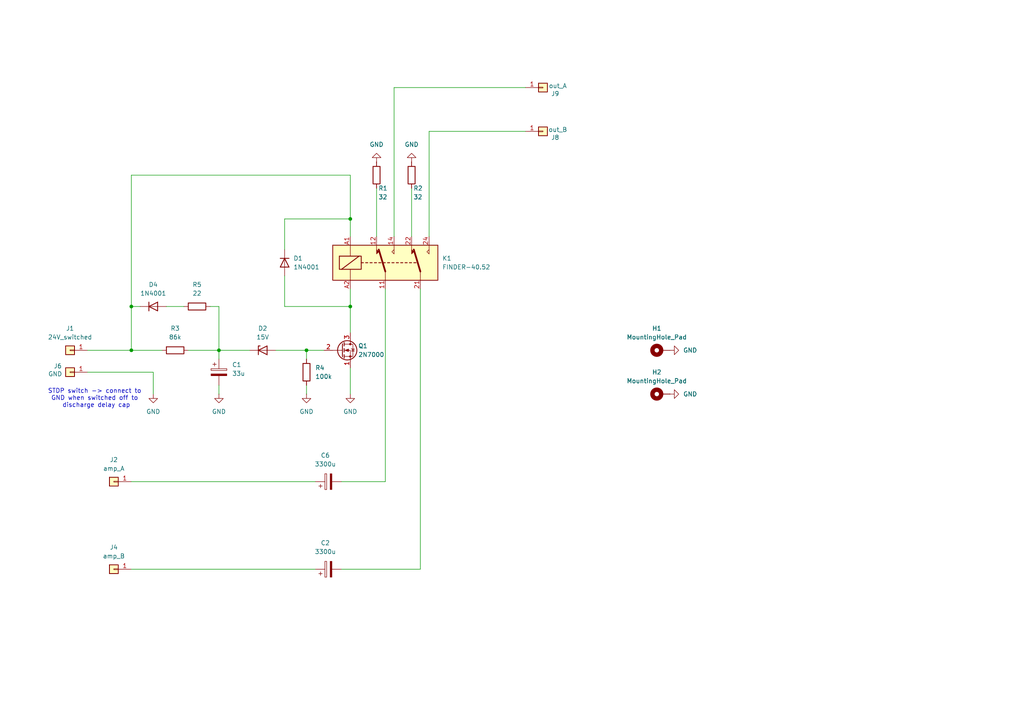
<source format=kicad_sch>
(kicad_sch (version 20250114) (generator "eeschema") (generator_version "9.0")
  (paper "A4")
  (lib_symbols
    (symbol "Connector_Generic:Conn_01x01" (pin_names (offset 1.016) (hide yes))
      (property "Reference" "J" (at 0 2.54 0))
      (property "Value" "Conn_01x01" (at 0 -2.54 0))
      (symbol "Conn_01x01_1_1"
        (rectangle (start -1.27 1.27) (end 1.27 -1.27) (stroke (width 0.254)) (fill (type background)))
        (rectangle (start -1.27 0.127) (end 0 -0.127) (stroke (width 0.1524)))
        (pin passive line (at -5.08 0 0) (length 3.81) (name "Pin_1") (number "1"))
      )
    )
    (symbol "Device:C_Polarized" (pin_numbers (hide yes)) (pin_names (offset 0.254))
      (property "Reference" "C" (at 0.635 2.54 0))
      (property "Value" "C_Polarized" (at 0.635 -2.54 0))
      (symbol "C_Polarized_0_1"
        (rectangle (start -2.286 0.508) (end 2.286 1.016))
        (polyline (pts (xy -1.778 2.286) (xy -0.762 2.286)))
        (polyline (pts (xy -1.27 2.794) (xy -1.27 1.778)))
        (rectangle (start 2.286 -0.508) (end -2.286 -1.016) (fill (type outline)))
      )
      (symbol "C_Polarized_1_1"
        (pin passive line (at 0 3.81 270) (length 2.794) (name "~") (number "1"))
        (pin passive line (at 0 -3.81 90) (length 2.794) (name "~") (number "2"))
      )
    )
    (symbol "Device:D_Zener" (pin_numbers (hide yes)) (pin_names (offset 1.016) (hide yes))
      (property "Reference" "D" (at 0 2.54 0))
      (property "Value" "D_Zener" (at 0 -2.54 0))
      (symbol "D_Zener_0_1"
        (polyline (pts (xy -1.27 -1.27) (xy -1.27 1.27) (xy -0.762 1.27)) (stroke (width 0.254)))
        (polyline (pts (xy 1.27 0) (xy -1.27 0)))
        (polyline (pts (xy 1.27 -1.27) (xy 1.27 1.27) (xy -1.27 0) (xy 1.27 -1.27)) (stroke (width 0.254)))
      )
      (symbol "D_Zener_1_1"
        (pin passive line (at -3.81 0 0) (length 2.54) (name "K") (number "1"))
        (pin passive line (at 3.81 0 180) (length 2.54) (name "A") (number "2"))
      )
    )
    (symbol "Device:R" (pin_numbers (hide yes)) (pin_names (offset 0))
      (property "Reference" "R" (at 2.032 0 90))
      (property "Value" "R" (at 0 0 90))
      (symbol "R_0_1"
        (rectangle (start -1.016 -2.54) (end 1.016 2.54) (stroke (width 0.254)))
      )
      (symbol "R_1_1"
        (pin passive line (at 0 3.81 270) (length 1.27) (name "~") (number "1"))
        (pin passive line (at 0 -3.81 90) (length 1.27) (name "~") (number "2"))
      )
    )
    (symbol "Diode:1N4001" (pin_numbers (hide yes)) (pin_names (hide yes))
      (property "Reference" "D" (at 0 2.54 0))
      (property "Value" "1N4001" (at 0 -2.54 0))
      (symbol "1N4001_0_1"
        (polyline (pts (xy -1.27 1.27) (xy -1.27 -1.27)) (stroke (width 0.254)))
        (polyline (pts (xy 1.27 1.27) (xy 1.27 -1.27) (xy -1.27 0) (xy 1.27 1.27)) (stroke (width 0.254)))
        (polyline (pts (xy 1.27 0) (xy -1.27 0)))
      )
      (symbol "1N4001_1_1"
        (pin passive line (at -3.81 0 0) (length 2.54) (name "K") (number "1"))
        (pin passive line (at 3.81 0 180) (length 2.54) (name "A") (number "2"))
      )
    )
    (symbol "Mechanical:MountingHole_Pad" (pin_numbers (hide yes)) (pin_names (offset 1.016) (hide yes)) (in_bom no)
      (property "Reference" "H" (at 0 6.35 0))
      (property "Value" "MountingHole_Pad" (at 0 4.445 0))
      (symbol "MountingHole_Pad_0_1"
        (circle (center 0 1.27) (radius 1.27) (stroke (width 1.27)))
      )
      (symbol "MountingHole_Pad_1_1"
        (pin input line (at 0 -2.54 90) (length 2.54) (name "1") (number "1"))
      )
    )
    (symbol "Relay:FINDER-40.52"
      (property "Reference" "K" (at 16.51 3.81 0))
      (property "Value" "FINDER-40.52" (at 16.51 1.27 0))
      (symbol "FINDER-40.52_0_1"
        (rectangle (start -15.24 5.08) (end 15.24 -5.08) (stroke (width 0.254)) (fill (type background)))
        (rectangle (start -13.335 1.905) (end -6.985 -1.905) (stroke (width 0.254)))
        (polyline (pts (xy -12.7 -1.905) (xy -7.62 1.905)) (stroke (width 0.254)))
        (polyline (pts (xy -10.16 5.08) (xy -10.16 1.905)))
        (polyline (pts (xy -10.16 -5.08) (xy -10.16 -1.905)))
        (polyline (pts (xy -6.985 0) (xy -6.35 0)) (stroke (width 0.254)))
        (polyline (pts (xy -5.715 0) (xy -5.08 0)) (stroke (width 0.254)))
        (polyline (pts (xy -4.445 0) (xy -3.81 0)) (stroke (width 0.254)))
        (polyline (pts (xy -3.175 0) (xy -2.54 0)) (stroke (width 0.254)))
        (polyline (pts (xy -2.54 5.08) (xy -2.54 2.54) (xy -1.905 3.175) (xy -2.54 3.81)) (fill (type outline)))
        (polyline (pts (xy -1.905 0) (xy -1.27 0)) (stroke (width 0.254)))
        (polyline (pts (xy -0.635 0) (xy 0 0)) (stroke (width 0.254)))
        (polyline (pts (xy 0 -2.54) (xy -1.905 3.81)) (stroke (width 0.508)))
        (polyline (pts (xy 0 -2.54) (xy 0 -5.08)))
        (polyline (pts (xy 0.635 0) (xy 1.27 0)) (stroke (width 0.254)))
        (polyline (pts (xy 1.905 0) (xy 2.54 0)) (stroke (width 0.254)))
        (polyline (pts (xy 2.54 5.08) (xy 2.54 2.54) (xy 1.905 3.175) (xy 2.54 3.81)))
        (polyline (pts (xy 3.175 0) (xy 3.81 0)) (stroke (width 0.254)))
        (polyline (pts (xy 4.445 0) (xy 5.08 0)) (stroke (width 0.254)))
        (polyline (pts (xy 5.715 0) (xy 6.35 0)) (stroke (width 0.254)))
        (polyline (pts (xy 6.985 0) (xy 7.62 0)) (stroke (width 0.254)))
        (polyline (pts (xy 7.62 5.08) (xy 7.62 2.54) (xy 8.255 3.175) (xy 7.62 3.81)) (fill (type outline)))
        (polyline (pts (xy 8.255 0) (xy 8.89 0)) (stroke (width 0.254)))
        (polyline (pts (xy 10.16 -2.54) (xy 8.255 3.81)) (stroke (width 0.508)))
        (polyline (pts (xy 10.16 -2.54) (xy 10.16 -5.08)))
        (polyline (pts (xy 12.7 5.08) (xy 12.7 2.54) (xy 12.065 3.175) (xy 12.7 3.81)))
      )
      (symbol "FINDER-40.52_1_1"
        (pin passive line (at -10.16 7.62 270) (length 2.54) (name "~") (number "A1"))
        (pin passive line (at -10.16 -7.62 90) (length 2.54) (name "~") (number "A2"))
        (pin passive line (at -2.54 7.62 270) (length 2.54) (name "~") (number "12"))
        (pin passive line (at 0 -7.62 90) (length 2.54) (name "~") (number "11"))
        (pin passive line (at 2.54 7.62 270) (length 2.54) (name "~") (number "14"))
        (pin passive line (at 7.62 7.62 270) (length 2.54) (name "~") (number "22"))
        (pin passive line (at 10.16 -7.62 90) (length 2.54) (name "~") (number "21"))
        (pin passive line (at 12.7 7.62 270) (length 2.54) (name "~") (number "24"))
      )
    )
    (symbol "Transistor_FET:2N7000" (pin_names (hide yes))
      (property "Reference" "Q" (at 5.08 1.905 0))
      (property "Value" "2N7000" (at 5.08 0 0))
      (symbol "2N7000_0_1"
        (polyline (pts (xy 0.254 1.905) (xy 0.254 -1.905)) (stroke (width 0.254)))
        (polyline (pts (xy 0.254 0) (xy -2.54 0)))
        (polyline (pts (xy 0.762 2.286) (xy 0.762 1.27)) (stroke (width 0.254)))
        (polyline (pts (xy 0.762 0.508) (xy 0.762 -0.508)) (stroke (width 0.254)))
        (polyline (pts (xy 0.762 -1.27) (xy 0.762 -2.286)) (stroke (width 0.254)))
        (polyline (pts (xy 0.762 -1.778) (xy 3.302 -1.778) (xy 3.302 1.778) (xy 0.762 1.778)))
        (polyline (pts (xy 1.016 0) (xy 2.032 0.381) (xy 2.032 -0.381) (xy 1.016 0)) (fill (type outline)))
        (circle (center 1.651 0) (radius 2.794) (stroke (width 0.254)))
        (polyline (pts (xy 2.54 2.54) (xy 2.54 1.778)))
        (circle (center 2.54 1.778) (radius 0.254) (fill (type outline)))
        (circle (center 2.54 -1.778) (radius 0.254) (fill (type outline)))
        (polyline (pts (xy 2.54 -2.54) (xy 2.54 0) (xy 0.762 0)))
        (polyline (pts (xy 2.794 0.508) (xy 2.921 0.381) (xy 3.683 0.381) (xy 3.81 0.254)))
        (polyline (pts (xy 3.302 0.381) (xy 2.921 -0.254) (xy 3.683 -0.254) (xy 3.302 0.381)))
      )
      (symbol "2N7000_1_1"
        (pin input line (at -5.08 0 0) (length 2.54) (name "G") (number "2"))
        (pin passive line (at 2.54 5.08 270) (length 2.54) (name "D") (number "3"))
        (pin passive line (at 2.54 -5.08 90) (length 2.54) (name "S") (number "1"))
      )
    )
    (symbol "power:GND" (power) (pin_numbers (hide yes)) (pin_names (offset 0) (hide yes))
      (property "Value" "GND" (at 0 -3.81 0))
      (symbol "GND_0_1"
        (polyline (pts (xy 0 0) (xy 0 -1.27) (xy 1.27 -1.27) (xy 0 -2.54) (xy -1.27 -1.27) (xy 0 -1.27)))
      )
      (symbol "GND_1_1"
        (pin power_in line (at 0 0 270) (length 0) (name "~") (number "1"))
      )
    )
  )
  (text "STDP switch -> connect to \nGND when switched off to \ndischarge delay cap" (at 27.94 115.57 0) (effects (font (size 1.27 1.27))))
  (junction (at 38.1 88.9))
  (junction (at 101.6 63.5))
  (junction (at 38.1 101.6))
  (junction (at 101.6 88.9))
  (junction (at 63.5 101.6))
  (junction (at 88.9 101.6))
  (wire (pts (xy 44.45 114.3) (xy 44.45 107.95)))
  (wire (pts (xy 38.1 88.9) (xy 40.64 88.9)))
  (wire (pts (xy 101.6 63.5) (xy 101.6 68.58)))
  (wire (pts (xy 82.55 88.9) (xy 82.55 80.01)))
  (wire (pts (xy 101.6 88.9) (xy 82.55 88.9)))
  (wire (pts (xy 114.3 25.4) (xy 152.4 25.4)))
  (wire (pts (xy 38.1 139.7) (xy 91.44 139.7)))
  (wire (pts (xy 121.92 83.82) (xy 121.92 165.1)))
  (wire (pts (xy 101.6 83.82) (xy 101.6 88.9)))
  (wire (pts (xy 63.5 101.6) (xy 63.5 88.9)))
  (wire (pts (xy 88.9 111.76) (xy 88.9 114.3)))
  (wire (pts (xy 63.5 88.9) (xy 60.96 88.9)))
  (wire (pts (xy 38.1 101.6) (xy 46.99 101.6)))
  (wire (pts (xy 111.76 83.82) (xy 111.76 139.7)))
  (wire (pts (xy 101.6 88.9) (xy 101.6 96.52)))
  (wire (pts (xy 119.38 54.61) (xy 119.38 68.58)))
  (wire (pts (xy 101.6 50.8) (xy 101.6 63.5)))
  (wire (pts (xy 54.61 101.6) (xy 63.5 101.6)))
  (wire (pts (xy 63.5 114.3) (xy 63.5 111.76)))
  (wire (pts (xy 99.06 165.1) (xy 121.92 165.1)))
  (wire (pts (xy 114.3 68.58) (xy 114.3 25.4)))
  (wire (pts (xy 124.46 38.1) (xy 152.4 38.1)))
  (wire (pts (xy 101.6 106.68) (xy 101.6 114.3)))
  (wire (pts (xy 44.45 107.95) (xy 25.4 107.95)))
  (wire (pts (xy 99.06 139.7) (xy 111.76 139.7)))
  (wire (pts (xy 38.1 50.8) (xy 38.1 88.9)))
  (wire (pts (xy 38.1 88.9) (xy 38.1 101.6)))
  (wire (pts (xy 82.55 63.5) (xy 101.6 63.5)))
  (wire (pts (xy 53.34 88.9) (xy 48.26 88.9)))
  (wire (pts (xy 63.5 101.6) (xy 72.39 101.6)))
  (wire (pts (xy 38.1 50.8) (xy 101.6 50.8)))
  (wire (pts (xy 82.55 72.39) (xy 82.55 63.5)))
  (wire (pts (xy 80.01 101.6) (xy 88.9 101.6)))
  (wire (pts (xy 63.5 104.14) (xy 63.5 101.6)))
  (wire (pts (xy 88.9 101.6) (xy 88.9 104.14)))
  (wire (pts (xy 38.1 165.1) (xy 91.44 165.1)))
  (wire (pts (xy 124.46 68.58) (xy 124.46 38.1)))
  (wire (pts (xy 88.9 101.6) (xy 93.98 101.6)))
  (wire (pts (xy 38.1 101.6) (xy 25.4 101.6)))
  (wire (pts (xy 109.22 54.61) (xy 109.22 68.58)))
  (symbol (lib_id "Device:C_Polarized") (at 95.25 165.1 90) (unit 1)
    (property "Reference" "C2" (at 94.361 157.48 90))
    (property "Value" "3300u" (at 94.361 160.02 90))
    (property "Footprint" "Capacitor_THT:CP_Radial_D16.0mm_P7.50mm" (effects (hide yes)))
    (property "Description" "Polarized capacitor" (effects (hide yes)))
    (property "MPN" "UFW1V332MHD " (effects (hide yes)))
  )
  (symbol (lib_id "Diode:1N4001") (at 44.45 88.9 0) (unit 1)
    (property "Reference" "D4" (at 44.45 82.55 0))
    (property "Value" "1N4001" (at 44.45 85.09 0))
    (property "Footprint" "Diode_THT:D_DO-41_SOD81_P10.16mm_Horizontal" (effects (hide yes)))
    (property "Datasheet" "http://www.vishay.com/docs/88503/1n4001.pdf" (effects (hide yes)))
    (property "Description" "50V 1A General Purpose Rectifier Diode, DO-41" (effects (hide yes)))
    (property "Sim.Device" "D" (effects (hide yes)))
    (property "Sim.Pins" "1=K 2=A" (effects (hide yes)))
  )
  (symbol (lib_id "Device:C_Polarized") (at 95.25 139.7 90) (unit 1)
    (property "Reference" "C6" (at 94.361 132.08 90))
    (property "Value" "3300u" (at 94.361 134.62 90))
    (property "Footprint" "Capacitor_THT:CP_Radial_D16.0mm_P7.50mm" (effects (hide yes)))
    (property "Description" "Polarized capacitor" (effects (hide yes)))
    (property "MPN" "UFW1V332MHD " (effects (hide yes)))
  )
  (symbol (lib_id "power:GND") (at 119.38 46.99 180) (unit 1)
    (property "Reference" "#PWR08" (effects (hide yes)))
    (property "Value" "GND" (at 119.38 41.91 0))
    (property "Description" "Power symbol creates a global label with name \"GND\" , ground" (effects (hide yes)))
  )
  (symbol (lib_id "Device:R") (at 50.8 101.6 90) (unit 1)
    (property "Reference" "R3" (at 50.8 95.25 90))
    (property "Value" "86k" (at 50.8 97.79 90))
    (property "Footprint" "Resistor_THT:R_Axial_DIN0207_L6.3mm_D2.5mm_P10.16mm_Horizontal" (effects (hide yes)))
    (property "Description" "Resistor" (effects (hide yes)))
  )
  (symbol (lib_id "Connector_Generic:Conn_01x01") (at 33.02 165.1 180) (unit 1)
    (property "Reference" "J4" (at 33.02 158.75 0))
    (property "Value" "amp_B" (at 33.02 161.29 0))
    (property "Footprint" "TestPoint:TestPoint_THTPad_D3.0mm_Drill1.5mm" (effects (hide yes)))
    (property "Description" "Generic connector, single row, 01x01, script generated (kicad-library-utils/schlib/autogen/connector/)" (effects (hide yes)))
  )
  (symbol (lib_id "Device:R") (at 57.15 88.9 90) (unit 1)
    (property "Reference" "R5" (at 57.15 82.55 90))
    (property "Value" "22" (at 57.15 85.09 90))
    (property "Footprint" "Resistor_THT:R_Axial_DIN0207_L6.3mm_D2.5mm_P10.16mm_Horizontal" (effects (hide yes)))
    (property "Description" "Resistor" (effects (hide yes)))
  )
  (symbol (lib_id "power:GND") (at 101.6 114.3 0) (unit 1)
    (property "Reference" "#PWR02" (effects (hide yes)))
    (property "Value" "GND" (at 101.6 119.38 0))
    (property "Description" "Power symbol creates a global label with name \"GND\" , ground" (effects (hide yes)))
  )
  (symbol (lib_id "Connector_Generic:Conn_01x01") (at 20.32 101.6 180) (unit 1)
    (property "Reference" "J1" (at 20.32 95.25 0))
    (property "Value" "24V_switched" (at 20.32 97.79 0))
    (property "Footprint" "TestPoint:TestPoint_THTPad_D3.0mm_Drill1.5mm" (effects (hide yes)))
    (property "Description" "Generic connector, single row, 01x01, script generated (kicad-library-utils/schlib/autogen/connector/)" (effects (hide yes)))
  )
  (symbol (lib_id "Device:R") (at 119.38 50.8 180) (unit 1)
    (property "Reference" "R2" (at 119.888 54.61 0) (effects (justify right)))
    (property "Value" "32" (at 119.888 57.15 0) (effects (justify right)))
    (property "Footprint" "Resistor_THT:R_Axial_DIN0207_L6.3mm_D2.5mm_P10.16mm_Horizontal" (effects (hide yes)))
    (property "Description" "Resistor" (effects (hide yes)))
  )
  (symbol (lib_id "power:GND") (at 88.9 114.3 0) (unit 1)
    (property "Reference" "#PWR05" (effects (hide yes)))
    (property "Value" "GND" (at 88.9 119.38 0))
    (property "Description" "Power symbol creates a global label with name \"GND\" , ground" (effects (hide yes)))
  )
  (symbol (lib_id "Device:R") (at 88.9 107.95 180) (unit 1)
    (property "Reference" "R4" (at 91.44 106.6799 0) (effects (justify right)))
    (property "Value" "100k" (at 91.44 109.2199 0) (effects (justify right)))
    (property "Footprint" "Resistor_THT:R_Axial_DIN0207_L6.3mm_D2.5mm_P10.16mm_Horizontal" (effects (hide yes)))
    (property "Description" "Resistor" (effects (hide yes)))
  )
  (symbol (lib_id "power:GND") (at 63.5 114.3 0) (unit 1)
    (property "Reference" "#PWR01" (effects (hide yes)))
    (property "Value" "GND" (at 63.5 119.38 0))
    (property "Description" "Power symbol creates a global label with name \"GND\" , ground" (effects (hide yes)))
  )
  (symbol (lib_id "Connector_Generic:Conn_01x01") (at 157.48 38.1 0) (unit 1)
    (property "Reference" "J8" (at 161.036 39.878 0))
    (property "Value" "out_B" (at 161.798 37.592 0))
    (property "Footprint" "TestPoint:TestPoint_THTPad_D3.0mm_Drill1.5mm" (effects (hide yes)))
    (property "Description" "Generic connector, single row, 01x01, script generated (kicad-library-utils/schlib/autogen/connector/)" (effects (hide yes)))
  )
  (symbol (lib_id "Connector_Generic:Conn_01x01") (at 157.48 25.4 0) (unit 1)
    (property "Reference" "J9" (at 161.036 27.178 0))
    (property "Value" "out_A" (at 161.798 24.892 0))
    (property "Footprint" "TestPoint:TestPoint_THTPad_D3.0mm_Drill1.5mm" (effects (hide yes)))
    (property "Description" "Generic connector, single row, 01x01, script generated (kicad-library-utils/schlib/autogen/connector/)" (effects (hide yes)))
  )
  (symbol (lib_id "power:GND") (at 44.45 114.3 0) (unit 1)
    (property "Reference" "#PWR03" (effects (hide yes)))
    (property "Value" "GND" (at 44.45 119.38 0))
    (property "Description" "Power symbol creates a global label with name \"GND\" , ground" (effects (hide yes)))
  )
  (symbol (lib_id "Relay:FINDER-40.52") (at 111.76 76.2 0) (unit 1)
    (property "Reference" "K1" (at 128.27 74.9299 0) (effects (justify left)))
    (property "Value" "FINDER-40.52" (at 128.27 77.4699 0) (effects (justify left)))
    (property "Footprint" "Relay_THT:Relay_DPDT_Finder_40.52" (effects (hide yes)))
    (property "Datasheet" "http://gfinder.findernet.com/assets/Series/353/S40EN.pdf" (effects (hide yes)))
    (property "Description" "FINDER 40.52, Dual Pole Relay, 5mm Pitch, 10A" (effects (hide yes)))
  )
  (symbol (lib_id "power:GND") (at 109.22 46.99 180) (unit 1)
    (property "Reference" "#PWR07" (effects (hide yes)))
    (property "Value" "GND" (at 109.22 41.91 0))
    (property "Description" "Power symbol creates a global label with name \"GND\" , ground" (effects (hide yes)))
  )
  (symbol (lib_id "Transistor_FET:2N7000") (at 99.06 101.6 0) (unit 1)
    (property "Reference" "Q1" (at 103.886 100.33 0) (effects (justify left)))
    (property "Value" "2N7000" (at 103.886 102.87 0) (effects (justify left)))
    (property "Footprint" "Package_TO_SOT_THT:TO-92_Inline" (effects (hide yes)))
    (property "Datasheet" "https://www.vishay.com/docs/70226/70226.pdf" (effects (hide yes)))
    (property "Description" "0.2A Id, 200V Vds, N-Channel MOSFET, 2.6V Logic Level, TO-92" (effects (hide yes)))
  )
  (symbol (lib_id "Device:C_Polarized") (at 63.5 107.95 0) (unit 1)
    (property "Reference" "C1" (at 67.31 105.7909 0) (effects (justify left)))
    (property "Value" "33u" (at 67.31 108.3309 0) (effects (justify left)))
    (property "Footprint" "Capacitor_THT:C_Radial_D8.0mm_H11.5mm_P3.50mm" (effects (hide yes)))
    (property "Description" "UFW2A330MPD" (effects (hide yes)))
  )
  (symbol (lib_id "Mechanical:MountingHole_Pad") (at 191.77 114.3 90) (unit 1) (in_bom no)
    (property "Reference" "H2" (at 190.5 107.95 90))
    (property "Value" "MountingHole_Pad" (at 190.5 110.49 90))
    (property "Footprint" "MountingHole:MountingHole_3.2mm_M3_DIN965_Pad_TopBottom" (effects (hide yes)))
    (property "Description" "Mounting Hole with connection" (effects (hide yes)))
  )
  (symbol (lib_id "Mechanical:MountingHole_Pad") (at 191.77 101.6 90) (unit 1) (in_bom no)
    (property "Reference" "H1" (at 190.5 95.25 90))
    (property "Value" "MountingHole_Pad" (at 190.5 97.79 90))
    (property "Footprint" "MountingHole:MountingHole_3.2mm_M3_DIN965_Pad_TopBottom" (effects (hide yes)))
    (property "Description" "Mounting Hole with connection" (effects (hide yes)))
  )
  (symbol (lib_id "Connector_Generic:Conn_01x01") (at 20.32 107.95 180) (unit 1)
    (property "Reference" "J6" (at 16.764 106.172 0))
    (property "Value" "GND" (at 16.002 108.458 0))
    (property "Footprint" "TestPoint:TestPoint_THTPad_D3.0mm_Drill1.5mm" (effects (hide yes)))
    (property "Description" "Generic connector, single row, 01x01, script generated (kicad-library-utils/schlib/autogen/connector/)" (effects (hide yes)))
  )
  (symbol (lib_id "power:GND") (at 194.31 114.3 90) (unit 1)
    (property "Reference" "#PWR016" (effects (hide yes)))
    (property "Value" "GND" (at 198.12 114.2999 90) (effects (justify right)))
    (property "Description" "Power symbol creates a global label with name \"GND\" , ground" (effects (hide yes)))
  )
  (symbol (lib_id "Device:D_Zener") (at 76.2 101.6 0) (unit 1)
    (property "Reference" "D2" (at 76.2 95.25 0))
    (property "Value" "15V" (at 76.2 97.79 0))
    (property "Footprint" "Diode_THT:D_DO-35_SOD27_P7.62mm_Horizontal" (effects (hide yes)))
    (property "Description" "Zener diode" (effects (hide yes)))
  )
  (symbol (lib_id "Connector_Generic:Conn_01x01") (at 33.02 139.7 180) (unit 1)
    (property "Reference" "J2" (at 33.02 133.35 0))
    (property "Value" "amp_A" (at 33.02 135.89 0))
    (property "Footprint" "TestPoint:TestPoint_THTPad_D3.0mm_Drill1.5mm" (effects (hide yes)))
    (property "Description" "Generic connector, single row, 01x01, script generated (kicad-library-utils/schlib/autogen/connector/)" (effects (hide yes)))
  )
  (symbol (lib_id "Diode:1N4001") (at 82.55 76.2 270) (unit 1)
    (property "Reference" "D1" (at 85.09 74.9299 90) (effects (justify left)))
    (property "Value" "1N4001" (at 85.09 77.4699 90) (effects (justify left)))
    (property "Footprint" "Diode_THT:D_DO-41_SOD81_P10.16mm_Horizontal" (effects (hide yes)))
    (property "Datasheet" "http://www.vishay.com/docs/88503/1n4001.pdf" (effects (hide yes)))
    (property "Description" "50V 1A General Purpose Rectifier Diode, DO-41" (effects (hide yes)))
    (property "Sim.Device" "D" (effects (hide yes)))
    (property "Sim.Pins" "1=K 2=A" (effects (hide yes)))
  )
  (symbol (lib_id "power:GND") (at 194.31 101.6 90) (unit 1)
    (property "Reference" "#PWR015" (effects (hide yes)))
    (property "Value" "GND" (at 198.12 101.5999 90) (effects (justify right)))
    (property "Description" "Power symbol creates a global label with name \"GND\" , ground" (effects (hide yes)))
  )
  (symbol (lib_id "Device:R") (at 109.22 50.8 180) (unit 1)
    (property "Reference" "R1" (at 109.728 54.61 0) (effects (justify right)))
    (property "Value" "32" (at 109.728 57.15 0) (effects (justify right)))
    (property "Footprint" "Resistor_THT:R_Axial_DIN0207_L6.3mm_D2.5mm_P10.16mm_Horizontal" (effects (hide yes)))
    (property "Description" "Resistor" (effects (hide yes)))
  )
)
</source>
